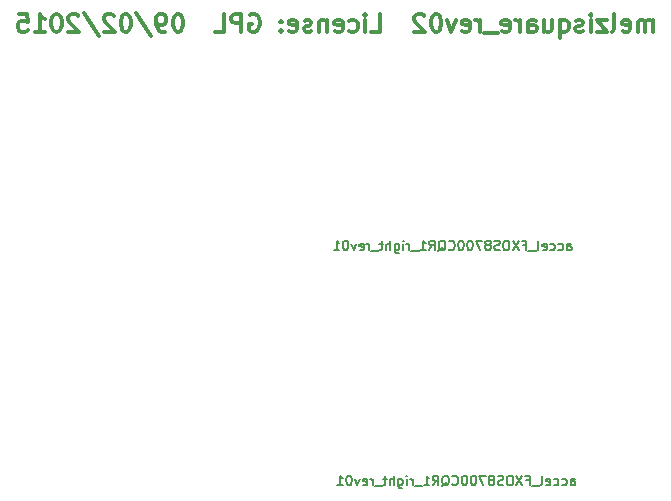
<source format=gbo>
G04 #@! TF.FileFunction,Legend,Bot*
%FSLAX46Y46*%
G04 Gerber Fmt 4.6, Leading zero omitted, Abs format (unit mm)*
G04 Created by KiCad (PCBNEW (2015-08-20 BZR 6109)-product) date Wed 02 Sep 2015 10:01:10 PM PDT*
%MOMM*%
G01*
G04 APERTURE LIST*
%ADD10C,0.150000*%
%ADD11C,0.300000*%
G04 APERTURE END LIST*
D10*
D11*
X246357140Y-81178571D02*
X246357140Y-80178571D01*
X246357140Y-80321429D02*
X246285712Y-80250000D01*
X246142854Y-80178571D01*
X245928569Y-80178571D01*
X245785712Y-80250000D01*
X245714283Y-80392857D01*
X245714283Y-81178571D01*
X245714283Y-80392857D02*
X245642854Y-80250000D01*
X245499997Y-80178571D01*
X245285712Y-80178571D01*
X245142854Y-80250000D01*
X245071426Y-80392857D01*
X245071426Y-81178571D01*
X243785712Y-81107143D02*
X243928569Y-81178571D01*
X244214283Y-81178571D01*
X244357140Y-81107143D01*
X244428569Y-80964286D01*
X244428569Y-80392857D01*
X244357140Y-80250000D01*
X244214283Y-80178571D01*
X243928569Y-80178571D01*
X243785712Y-80250000D01*
X243714283Y-80392857D01*
X243714283Y-80535714D01*
X244428569Y-80678571D01*
X242857140Y-81178571D02*
X242999998Y-81107143D01*
X243071426Y-80964286D01*
X243071426Y-79678571D01*
X242428569Y-80178571D02*
X241642855Y-80178571D01*
X242428569Y-81178571D01*
X241642855Y-81178571D01*
X241071426Y-81178571D02*
X241071426Y-80178571D01*
X241071426Y-79678571D02*
X241142855Y-79750000D01*
X241071426Y-79821429D01*
X240999998Y-79750000D01*
X241071426Y-79678571D01*
X241071426Y-79821429D01*
X240428569Y-81107143D02*
X240285712Y-81178571D01*
X239999997Y-81178571D01*
X239857140Y-81107143D01*
X239785712Y-80964286D01*
X239785712Y-80892857D01*
X239857140Y-80750000D01*
X239999997Y-80678571D01*
X240214283Y-80678571D01*
X240357140Y-80607143D01*
X240428569Y-80464286D01*
X240428569Y-80392857D01*
X240357140Y-80250000D01*
X240214283Y-80178571D01*
X239999997Y-80178571D01*
X239857140Y-80250000D01*
X238499997Y-80178571D02*
X238499997Y-81678571D01*
X238499997Y-81107143D02*
X238642854Y-81178571D01*
X238928568Y-81178571D01*
X239071426Y-81107143D01*
X239142854Y-81035714D01*
X239214283Y-80892857D01*
X239214283Y-80464286D01*
X239142854Y-80321429D01*
X239071426Y-80250000D01*
X238928568Y-80178571D01*
X238642854Y-80178571D01*
X238499997Y-80250000D01*
X237142854Y-80178571D02*
X237142854Y-81178571D01*
X237785711Y-80178571D02*
X237785711Y-80964286D01*
X237714283Y-81107143D01*
X237571425Y-81178571D01*
X237357140Y-81178571D01*
X237214283Y-81107143D01*
X237142854Y-81035714D01*
X235785711Y-81178571D02*
X235785711Y-80392857D01*
X235857140Y-80250000D01*
X235999997Y-80178571D01*
X236285711Y-80178571D01*
X236428568Y-80250000D01*
X235785711Y-81107143D02*
X235928568Y-81178571D01*
X236285711Y-81178571D01*
X236428568Y-81107143D01*
X236499997Y-80964286D01*
X236499997Y-80821429D01*
X236428568Y-80678571D01*
X236285711Y-80607143D01*
X235928568Y-80607143D01*
X235785711Y-80535714D01*
X235071425Y-81178571D02*
X235071425Y-80178571D01*
X235071425Y-80464286D02*
X234999997Y-80321429D01*
X234928568Y-80250000D01*
X234785711Y-80178571D01*
X234642854Y-80178571D01*
X233571426Y-81107143D02*
X233714283Y-81178571D01*
X233999997Y-81178571D01*
X234142854Y-81107143D01*
X234214283Y-80964286D01*
X234214283Y-80392857D01*
X234142854Y-80250000D01*
X233999997Y-80178571D01*
X233714283Y-80178571D01*
X233571426Y-80250000D01*
X233499997Y-80392857D01*
X233499997Y-80535714D01*
X234214283Y-80678571D01*
X233214283Y-81321429D02*
X232071426Y-81321429D01*
X231714283Y-81178571D02*
X231714283Y-80178571D01*
X231714283Y-80464286D02*
X231642855Y-80321429D01*
X231571426Y-80250000D01*
X231428569Y-80178571D01*
X231285712Y-80178571D01*
X230214284Y-81107143D02*
X230357141Y-81178571D01*
X230642855Y-81178571D01*
X230785712Y-81107143D01*
X230857141Y-80964286D01*
X230857141Y-80392857D01*
X230785712Y-80250000D01*
X230642855Y-80178571D01*
X230357141Y-80178571D01*
X230214284Y-80250000D01*
X230142855Y-80392857D01*
X230142855Y-80535714D01*
X230857141Y-80678571D01*
X229642855Y-80178571D02*
X229285712Y-81178571D01*
X228928570Y-80178571D01*
X228071427Y-79678571D02*
X227928570Y-79678571D01*
X227785713Y-79750000D01*
X227714284Y-79821429D01*
X227642855Y-79964286D01*
X227571427Y-80250000D01*
X227571427Y-80607143D01*
X227642855Y-80892857D01*
X227714284Y-81035714D01*
X227785713Y-81107143D01*
X227928570Y-81178571D01*
X228071427Y-81178571D01*
X228214284Y-81107143D01*
X228285713Y-81035714D01*
X228357141Y-80892857D01*
X228428570Y-80607143D01*
X228428570Y-80250000D01*
X228357141Y-79964286D01*
X228285713Y-79821429D01*
X228214284Y-79750000D01*
X228071427Y-79678571D01*
X226999999Y-79821429D02*
X226928570Y-79750000D01*
X226785713Y-79678571D01*
X226428570Y-79678571D01*
X226285713Y-79750000D01*
X226214284Y-79821429D01*
X226142856Y-79964286D01*
X226142856Y-80107143D01*
X226214284Y-80321429D01*
X227071427Y-81178571D01*
X226142856Y-81178571D01*
X222499999Y-81178571D02*
X223214285Y-81178571D01*
X223214285Y-79678571D01*
X221999999Y-81178571D02*
X221999999Y-80178571D01*
X221999999Y-79678571D02*
X222071428Y-79750000D01*
X221999999Y-79821429D01*
X221928571Y-79750000D01*
X221999999Y-79678571D01*
X221999999Y-79821429D01*
X220642856Y-81107143D02*
X220785713Y-81178571D01*
X221071427Y-81178571D01*
X221214285Y-81107143D01*
X221285713Y-81035714D01*
X221357142Y-80892857D01*
X221357142Y-80464286D01*
X221285713Y-80321429D01*
X221214285Y-80250000D01*
X221071427Y-80178571D01*
X220785713Y-80178571D01*
X220642856Y-80250000D01*
X219428571Y-81107143D02*
X219571428Y-81178571D01*
X219857142Y-81178571D01*
X219999999Y-81107143D01*
X220071428Y-80964286D01*
X220071428Y-80392857D01*
X219999999Y-80250000D01*
X219857142Y-80178571D01*
X219571428Y-80178571D01*
X219428571Y-80250000D01*
X219357142Y-80392857D01*
X219357142Y-80535714D01*
X220071428Y-80678571D01*
X218714285Y-80178571D02*
X218714285Y-81178571D01*
X218714285Y-80321429D02*
X218642857Y-80250000D01*
X218499999Y-80178571D01*
X218285714Y-80178571D01*
X218142857Y-80250000D01*
X218071428Y-80392857D01*
X218071428Y-81178571D01*
X217428571Y-81107143D02*
X217285714Y-81178571D01*
X216999999Y-81178571D01*
X216857142Y-81107143D01*
X216785714Y-80964286D01*
X216785714Y-80892857D01*
X216857142Y-80750000D01*
X216999999Y-80678571D01*
X217214285Y-80678571D01*
X217357142Y-80607143D01*
X217428571Y-80464286D01*
X217428571Y-80392857D01*
X217357142Y-80250000D01*
X217214285Y-80178571D01*
X216999999Y-80178571D01*
X216857142Y-80250000D01*
X215571428Y-81107143D02*
X215714285Y-81178571D01*
X215999999Y-81178571D01*
X216142856Y-81107143D01*
X216214285Y-80964286D01*
X216214285Y-80392857D01*
X216142856Y-80250000D01*
X215999999Y-80178571D01*
X215714285Y-80178571D01*
X215571428Y-80250000D01*
X215499999Y-80392857D01*
X215499999Y-80535714D01*
X216214285Y-80678571D01*
X214857142Y-81035714D02*
X214785714Y-81107143D01*
X214857142Y-81178571D01*
X214928571Y-81107143D01*
X214857142Y-81035714D01*
X214857142Y-81178571D01*
X214857142Y-80250000D02*
X214785714Y-80321429D01*
X214857142Y-80392857D01*
X214928571Y-80321429D01*
X214857142Y-80250000D01*
X214857142Y-80392857D01*
X212214285Y-79750000D02*
X212357142Y-79678571D01*
X212571428Y-79678571D01*
X212785713Y-79750000D01*
X212928571Y-79892857D01*
X212999999Y-80035714D01*
X213071428Y-80321429D01*
X213071428Y-80535714D01*
X212999999Y-80821429D01*
X212928571Y-80964286D01*
X212785713Y-81107143D01*
X212571428Y-81178571D01*
X212428571Y-81178571D01*
X212214285Y-81107143D01*
X212142856Y-81035714D01*
X212142856Y-80535714D01*
X212428571Y-80535714D01*
X211499999Y-81178571D02*
X211499999Y-79678571D01*
X210928571Y-79678571D01*
X210785713Y-79750000D01*
X210714285Y-79821429D01*
X210642856Y-79964286D01*
X210642856Y-80178571D01*
X210714285Y-80321429D01*
X210785713Y-80392857D01*
X210928571Y-80464286D01*
X211499999Y-80464286D01*
X209285713Y-81178571D02*
X209999999Y-81178571D01*
X209999999Y-79678571D01*
X206214285Y-79678571D02*
X206071428Y-79678571D01*
X205928571Y-79750000D01*
X205857142Y-79821429D01*
X205785713Y-79964286D01*
X205714285Y-80250000D01*
X205714285Y-80607143D01*
X205785713Y-80892857D01*
X205857142Y-81035714D01*
X205928571Y-81107143D01*
X206071428Y-81178571D01*
X206214285Y-81178571D01*
X206357142Y-81107143D01*
X206428571Y-81035714D01*
X206499999Y-80892857D01*
X206571428Y-80607143D01*
X206571428Y-80250000D01*
X206499999Y-79964286D01*
X206428571Y-79821429D01*
X206357142Y-79750000D01*
X206214285Y-79678571D01*
X205000000Y-81178571D02*
X204714285Y-81178571D01*
X204571428Y-81107143D01*
X204500000Y-81035714D01*
X204357142Y-80821429D01*
X204285714Y-80535714D01*
X204285714Y-79964286D01*
X204357142Y-79821429D01*
X204428571Y-79750000D01*
X204571428Y-79678571D01*
X204857142Y-79678571D01*
X205000000Y-79750000D01*
X205071428Y-79821429D01*
X205142857Y-79964286D01*
X205142857Y-80321429D01*
X205071428Y-80464286D01*
X205000000Y-80535714D01*
X204857142Y-80607143D01*
X204571428Y-80607143D01*
X204428571Y-80535714D01*
X204357142Y-80464286D01*
X204285714Y-80321429D01*
X202571429Y-79607143D02*
X203857143Y-81535714D01*
X201785714Y-79678571D02*
X201642857Y-79678571D01*
X201500000Y-79750000D01*
X201428571Y-79821429D01*
X201357142Y-79964286D01*
X201285714Y-80250000D01*
X201285714Y-80607143D01*
X201357142Y-80892857D01*
X201428571Y-81035714D01*
X201500000Y-81107143D01*
X201642857Y-81178571D01*
X201785714Y-81178571D01*
X201928571Y-81107143D01*
X202000000Y-81035714D01*
X202071428Y-80892857D01*
X202142857Y-80607143D01*
X202142857Y-80250000D01*
X202071428Y-79964286D01*
X202000000Y-79821429D01*
X201928571Y-79750000D01*
X201785714Y-79678571D01*
X200714286Y-79821429D02*
X200642857Y-79750000D01*
X200500000Y-79678571D01*
X200142857Y-79678571D01*
X200000000Y-79750000D01*
X199928571Y-79821429D01*
X199857143Y-79964286D01*
X199857143Y-80107143D01*
X199928571Y-80321429D01*
X200785714Y-81178571D01*
X199857143Y-81178571D01*
X198142858Y-79607143D02*
X199428572Y-81535714D01*
X197714286Y-79821429D02*
X197642857Y-79750000D01*
X197500000Y-79678571D01*
X197142857Y-79678571D01*
X197000000Y-79750000D01*
X196928571Y-79821429D01*
X196857143Y-79964286D01*
X196857143Y-80107143D01*
X196928571Y-80321429D01*
X197785714Y-81178571D01*
X196857143Y-81178571D01*
X195928572Y-79678571D02*
X195785715Y-79678571D01*
X195642858Y-79750000D01*
X195571429Y-79821429D01*
X195500000Y-79964286D01*
X195428572Y-80250000D01*
X195428572Y-80607143D01*
X195500000Y-80892857D01*
X195571429Y-81035714D01*
X195642858Y-81107143D01*
X195785715Y-81178571D01*
X195928572Y-81178571D01*
X196071429Y-81107143D01*
X196142858Y-81035714D01*
X196214286Y-80892857D01*
X196285715Y-80607143D01*
X196285715Y-80250000D01*
X196214286Y-79964286D01*
X196142858Y-79821429D01*
X196071429Y-79750000D01*
X195928572Y-79678571D01*
X194000001Y-81178571D02*
X194857144Y-81178571D01*
X194428572Y-81178571D02*
X194428572Y-79678571D01*
X194571429Y-79892857D01*
X194714287Y-80035714D01*
X194857144Y-80107143D01*
X192642858Y-79678571D02*
X193357144Y-79678571D01*
X193428573Y-80392857D01*
X193357144Y-80321429D01*
X193214287Y-80250000D01*
X192857144Y-80250000D01*
X192714287Y-80321429D01*
X192642858Y-80392857D01*
X192571430Y-80535714D01*
X192571430Y-80892857D01*
X192642858Y-81035714D01*
X192714287Y-81107143D01*
X192857144Y-81178571D01*
X193214287Y-81178571D01*
X193357144Y-81107143D01*
X193428573Y-81035714D01*
D10*
X239076192Y-99661905D02*
X239076192Y-99242857D01*
X239114287Y-99166667D01*
X239190477Y-99128571D01*
X239342858Y-99128571D01*
X239419049Y-99166667D01*
X239076192Y-99623810D02*
X239152382Y-99661905D01*
X239342858Y-99661905D01*
X239419049Y-99623810D01*
X239457144Y-99547619D01*
X239457144Y-99471429D01*
X239419049Y-99395238D01*
X239342858Y-99357143D01*
X239152382Y-99357143D01*
X239076192Y-99319048D01*
X238352382Y-99623810D02*
X238428572Y-99661905D01*
X238580953Y-99661905D01*
X238657144Y-99623810D01*
X238695239Y-99585714D01*
X238733334Y-99509524D01*
X238733334Y-99280952D01*
X238695239Y-99204762D01*
X238657144Y-99166667D01*
X238580953Y-99128571D01*
X238428572Y-99128571D01*
X238352382Y-99166667D01*
X237666668Y-99623810D02*
X237742858Y-99661905D01*
X237895239Y-99661905D01*
X237971430Y-99623810D01*
X238009525Y-99585714D01*
X238047620Y-99509524D01*
X238047620Y-99280952D01*
X238009525Y-99204762D01*
X237971430Y-99166667D01*
X237895239Y-99128571D01*
X237742858Y-99128571D01*
X237666668Y-99166667D01*
X237019049Y-99623810D02*
X237095239Y-99661905D01*
X237247620Y-99661905D01*
X237323811Y-99623810D01*
X237361906Y-99547619D01*
X237361906Y-99242857D01*
X237323811Y-99166667D01*
X237247620Y-99128571D01*
X237095239Y-99128571D01*
X237019049Y-99166667D01*
X236980954Y-99242857D01*
X236980954Y-99319048D01*
X237361906Y-99395238D01*
X236523811Y-99661905D02*
X236600002Y-99623810D01*
X236638097Y-99547619D01*
X236638097Y-98861905D01*
X236409525Y-99738095D02*
X235800001Y-99738095D01*
X235342858Y-99242857D02*
X235609525Y-99242857D01*
X235609525Y-99661905D02*
X235609525Y-98861905D01*
X235228572Y-98861905D01*
X235000001Y-98861905D02*
X234466668Y-99661905D01*
X234466668Y-98861905D02*
X235000001Y-99661905D01*
X234009525Y-98861905D02*
X233857144Y-98861905D01*
X233780953Y-98900000D01*
X233704763Y-98976190D01*
X233666668Y-99128571D01*
X233666668Y-99395238D01*
X233704763Y-99547619D01*
X233780953Y-99623810D01*
X233857144Y-99661905D01*
X234009525Y-99661905D01*
X234085715Y-99623810D01*
X234161906Y-99547619D01*
X234200001Y-99395238D01*
X234200001Y-99128571D01*
X234161906Y-98976190D01*
X234085715Y-98900000D01*
X234009525Y-98861905D01*
X233361906Y-99623810D02*
X233247620Y-99661905D01*
X233057144Y-99661905D01*
X232980954Y-99623810D01*
X232942858Y-99585714D01*
X232904763Y-99509524D01*
X232904763Y-99433333D01*
X232942858Y-99357143D01*
X232980954Y-99319048D01*
X233057144Y-99280952D01*
X233209525Y-99242857D01*
X233285716Y-99204762D01*
X233323811Y-99166667D01*
X233361906Y-99090476D01*
X233361906Y-99014286D01*
X233323811Y-98938095D01*
X233285716Y-98900000D01*
X233209525Y-98861905D01*
X233019049Y-98861905D01*
X232904763Y-98900000D01*
X232447620Y-99204762D02*
X232523811Y-99166667D01*
X232561906Y-99128571D01*
X232600001Y-99052381D01*
X232600001Y-99014286D01*
X232561906Y-98938095D01*
X232523811Y-98900000D01*
X232447620Y-98861905D01*
X232295239Y-98861905D01*
X232219049Y-98900000D01*
X232180953Y-98938095D01*
X232142858Y-99014286D01*
X232142858Y-99052381D01*
X232180953Y-99128571D01*
X232219049Y-99166667D01*
X232295239Y-99204762D01*
X232447620Y-99204762D01*
X232523811Y-99242857D01*
X232561906Y-99280952D01*
X232600001Y-99357143D01*
X232600001Y-99509524D01*
X232561906Y-99585714D01*
X232523811Y-99623810D01*
X232447620Y-99661905D01*
X232295239Y-99661905D01*
X232219049Y-99623810D01*
X232180953Y-99585714D01*
X232142858Y-99509524D01*
X232142858Y-99357143D01*
X232180953Y-99280952D01*
X232219049Y-99242857D01*
X232295239Y-99204762D01*
X231876191Y-98861905D02*
X231342858Y-98861905D01*
X231685715Y-99661905D01*
X230885715Y-98861905D02*
X230809524Y-98861905D01*
X230733334Y-98900000D01*
X230695239Y-98938095D01*
X230657143Y-99014286D01*
X230619048Y-99166667D01*
X230619048Y-99357143D01*
X230657143Y-99509524D01*
X230695239Y-99585714D01*
X230733334Y-99623810D01*
X230809524Y-99661905D01*
X230885715Y-99661905D01*
X230961905Y-99623810D01*
X231000001Y-99585714D01*
X231038096Y-99509524D01*
X231076191Y-99357143D01*
X231076191Y-99166667D01*
X231038096Y-99014286D01*
X231000001Y-98938095D01*
X230961905Y-98900000D01*
X230885715Y-98861905D01*
X230123810Y-98861905D02*
X230047619Y-98861905D01*
X229971429Y-98900000D01*
X229933334Y-98938095D01*
X229895238Y-99014286D01*
X229857143Y-99166667D01*
X229857143Y-99357143D01*
X229895238Y-99509524D01*
X229933334Y-99585714D01*
X229971429Y-99623810D01*
X230047619Y-99661905D01*
X230123810Y-99661905D01*
X230200000Y-99623810D01*
X230238096Y-99585714D01*
X230276191Y-99509524D01*
X230314286Y-99357143D01*
X230314286Y-99166667D01*
X230276191Y-99014286D01*
X230238096Y-98938095D01*
X230200000Y-98900000D01*
X230123810Y-98861905D01*
X229057143Y-99585714D02*
X229095238Y-99623810D01*
X229209524Y-99661905D01*
X229285714Y-99661905D01*
X229400000Y-99623810D01*
X229476191Y-99547619D01*
X229514286Y-99471429D01*
X229552381Y-99319048D01*
X229552381Y-99204762D01*
X229514286Y-99052381D01*
X229476191Y-98976190D01*
X229400000Y-98900000D01*
X229285714Y-98861905D01*
X229209524Y-98861905D01*
X229095238Y-98900000D01*
X229057143Y-98938095D01*
X228180952Y-99738095D02*
X228257143Y-99700000D01*
X228333333Y-99623810D01*
X228447619Y-99509524D01*
X228523810Y-99471429D01*
X228600000Y-99471429D01*
X228561905Y-99661905D02*
X228638095Y-99623810D01*
X228714286Y-99547619D01*
X228752381Y-99395238D01*
X228752381Y-99128571D01*
X228714286Y-98976190D01*
X228638095Y-98900000D01*
X228561905Y-98861905D01*
X228409524Y-98861905D01*
X228333333Y-98900000D01*
X228257143Y-98976190D01*
X228219048Y-99128571D01*
X228219048Y-99395238D01*
X228257143Y-99547619D01*
X228333333Y-99623810D01*
X228409524Y-99661905D01*
X228561905Y-99661905D01*
X227419048Y-99661905D02*
X227685715Y-99280952D01*
X227876191Y-99661905D02*
X227876191Y-98861905D01*
X227571429Y-98861905D01*
X227495238Y-98900000D01*
X227457143Y-98938095D01*
X227419048Y-99014286D01*
X227419048Y-99128571D01*
X227457143Y-99204762D01*
X227495238Y-99242857D01*
X227571429Y-99280952D01*
X227876191Y-99280952D01*
X226657143Y-99661905D02*
X227114286Y-99661905D01*
X226885715Y-99661905D02*
X226885715Y-98861905D01*
X226961905Y-98976190D01*
X227038096Y-99052381D01*
X227114286Y-99090476D01*
X226504762Y-99738095D02*
X225895238Y-99738095D01*
X225704762Y-99661905D02*
X225704762Y-99128571D01*
X225704762Y-99280952D02*
X225666667Y-99204762D01*
X225628571Y-99166667D01*
X225552381Y-99128571D01*
X225476190Y-99128571D01*
X225209524Y-99661905D02*
X225209524Y-99128571D01*
X225209524Y-98861905D02*
X225247619Y-98900000D01*
X225209524Y-98938095D01*
X225171429Y-98900000D01*
X225209524Y-98861905D01*
X225209524Y-98938095D01*
X224485715Y-99128571D02*
X224485715Y-99776190D01*
X224523810Y-99852381D01*
X224561905Y-99890476D01*
X224638096Y-99928571D01*
X224752381Y-99928571D01*
X224828572Y-99890476D01*
X224485715Y-99623810D02*
X224561905Y-99661905D01*
X224714286Y-99661905D01*
X224790477Y-99623810D01*
X224828572Y-99585714D01*
X224866667Y-99509524D01*
X224866667Y-99280952D01*
X224828572Y-99204762D01*
X224790477Y-99166667D01*
X224714286Y-99128571D01*
X224561905Y-99128571D01*
X224485715Y-99166667D01*
X224104762Y-99661905D02*
X224104762Y-98861905D01*
X223761905Y-99661905D02*
X223761905Y-99242857D01*
X223800000Y-99166667D01*
X223876190Y-99128571D01*
X223990476Y-99128571D01*
X224066667Y-99166667D01*
X224104762Y-99204762D01*
X223495238Y-99128571D02*
X223190476Y-99128571D01*
X223380952Y-98861905D02*
X223380952Y-99547619D01*
X223342857Y-99623810D01*
X223266666Y-99661905D01*
X223190476Y-99661905D01*
X223114285Y-99738095D02*
X222504761Y-99738095D01*
X222314285Y-99661905D02*
X222314285Y-99128571D01*
X222314285Y-99280952D02*
X222276190Y-99204762D01*
X222238094Y-99166667D01*
X222161904Y-99128571D01*
X222085713Y-99128571D01*
X221514285Y-99623810D02*
X221590475Y-99661905D01*
X221742856Y-99661905D01*
X221819047Y-99623810D01*
X221857142Y-99547619D01*
X221857142Y-99242857D01*
X221819047Y-99166667D01*
X221742856Y-99128571D01*
X221590475Y-99128571D01*
X221514285Y-99166667D01*
X221476190Y-99242857D01*
X221476190Y-99319048D01*
X221857142Y-99395238D01*
X221209523Y-99128571D02*
X221019047Y-99661905D01*
X220828571Y-99128571D01*
X220371428Y-98861905D02*
X220295237Y-98861905D01*
X220219047Y-98900000D01*
X220180952Y-98938095D01*
X220142856Y-99014286D01*
X220104761Y-99166667D01*
X220104761Y-99357143D01*
X220142856Y-99509524D01*
X220180952Y-99585714D01*
X220219047Y-99623810D01*
X220295237Y-99661905D01*
X220371428Y-99661905D01*
X220447618Y-99623810D01*
X220485714Y-99585714D01*
X220523809Y-99509524D01*
X220561904Y-99357143D01*
X220561904Y-99166667D01*
X220523809Y-99014286D01*
X220485714Y-98938095D01*
X220447618Y-98900000D01*
X220371428Y-98861905D01*
X219342856Y-99661905D02*
X219799999Y-99661905D01*
X219571428Y-99661905D02*
X219571428Y-98861905D01*
X219647618Y-98976190D01*
X219723809Y-99052381D01*
X219799999Y-99090476D01*
X239376192Y-119561905D02*
X239376192Y-119142857D01*
X239414287Y-119066667D01*
X239490477Y-119028571D01*
X239642858Y-119028571D01*
X239719049Y-119066667D01*
X239376192Y-119523810D02*
X239452382Y-119561905D01*
X239642858Y-119561905D01*
X239719049Y-119523810D01*
X239757144Y-119447619D01*
X239757144Y-119371429D01*
X239719049Y-119295238D01*
X239642858Y-119257143D01*
X239452382Y-119257143D01*
X239376192Y-119219048D01*
X238652382Y-119523810D02*
X238728572Y-119561905D01*
X238880953Y-119561905D01*
X238957144Y-119523810D01*
X238995239Y-119485714D01*
X239033334Y-119409524D01*
X239033334Y-119180952D01*
X238995239Y-119104762D01*
X238957144Y-119066667D01*
X238880953Y-119028571D01*
X238728572Y-119028571D01*
X238652382Y-119066667D01*
X237966668Y-119523810D02*
X238042858Y-119561905D01*
X238195239Y-119561905D01*
X238271430Y-119523810D01*
X238309525Y-119485714D01*
X238347620Y-119409524D01*
X238347620Y-119180952D01*
X238309525Y-119104762D01*
X238271430Y-119066667D01*
X238195239Y-119028571D01*
X238042858Y-119028571D01*
X237966668Y-119066667D01*
X237319049Y-119523810D02*
X237395239Y-119561905D01*
X237547620Y-119561905D01*
X237623811Y-119523810D01*
X237661906Y-119447619D01*
X237661906Y-119142857D01*
X237623811Y-119066667D01*
X237547620Y-119028571D01*
X237395239Y-119028571D01*
X237319049Y-119066667D01*
X237280954Y-119142857D01*
X237280954Y-119219048D01*
X237661906Y-119295238D01*
X236823811Y-119561905D02*
X236900002Y-119523810D01*
X236938097Y-119447619D01*
X236938097Y-118761905D01*
X236709525Y-119638095D02*
X236100001Y-119638095D01*
X235642858Y-119142857D02*
X235909525Y-119142857D01*
X235909525Y-119561905D02*
X235909525Y-118761905D01*
X235528572Y-118761905D01*
X235300001Y-118761905D02*
X234766668Y-119561905D01*
X234766668Y-118761905D02*
X235300001Y-119561905D01*
X234309525Y-118761905D02*
X234157144Y-118761905D01*
X234080953Y-118800000D01*
X234004763Y-118876190D01*
X233966668Y-119028571D01*
X233966668Y-119295238D01*
X234004763Y-119447619D01*
X234080953Y-119523810D01*
X234157144Y-119561905D01*
X234309525Y-119561905D01*
X234385715Y-119523810D01*
X234461906Y-119447619D01*
X234500001Y-119295238D01*
X234500001Y-119028571D01*
X234461906Y-118876190D01*
X234385715Y-118800000D01*
X234309525Y-118761905D01*
X233661906Y-119523810D02*
X233547620Y-119561905D01*
X233357144Y-119561905D01*
X233280954Y-119523810D01*
X233242858Y-119485714D01*
X233204763Y-119409524D01*
X233204763Y-119333333D01*
X233242858Y-119257143D01*
X233280954Y-119219048D01*
X233357144Y-119180952D01*
X233509525Y-119142857D01*
X233585716Y-119104762D01*
X233623811Y-119066667D01*
X233661906Y-118990476D01*
X233661906Y-118914286D01*
X233623811Y-118838095D01*
X233585716Y-118800000D01*
X233509525Y-118761905D01*
X233319049Y-118761905D01*
X233204763Y-118800000D01*
X232747620Y-119104762D02*
X232823811Y-119066667D01*
X232861906Y-119028571D01*
X232900001Y-118952381D01*
X232900001Y-118914286D01*
X232861906Y-118838095D01*
X232823811Y-118800000D01*
X232747620Y-118761905D01*
X232595239Y-118761905D01*
X232519049Y-118800000D01*
X232480953Y-118838095D01*
X232442858Y-118914286D01*
X232442858Y-118952381D01*
X232480953Y-119028571D01*
X232519049Y-119066667D01*
X232595239Y-119104762D01*
X232747620Y-119104762D01*
X232823811Y-119142857D01*
X232861906Y-119180952D01*
X232900001Y-119257143D01*
X232900001Y-119409524D01*
X232861906Y-119485714D01*
X232823811Y-119523810D01*
X232747620Y-119561905D01*
X232595239Y-119561905D01*
X232519049Y-119523810D01*
X232480953Y-119485714D01*
X232442858Y-119409524D01*
X232442858Y-119257143D01*
X232480953Y-119180952D01*
X232519049Y-119142857D01*
X232595239Y-119104762D01*
X232176191Y-118761905D02*
X231642858Y-118761905D01*
X231985715Y-119561905D01*
X231185715Y-118761905D02*
X231109524Y-118761905D01*
X231033334Y-118800000D01*
X230995239Y-118838095D01*
X230957143Y-118914286D01*
X230919048Y-119066667D01*
X230919048Y-119257143D01*
X230957143Y-119409524D01*
X230995239Y-119485714D01*
X231033334Y-119523810D01*
X231109524Y-119561905D01*
X231185715Y-119561905D01*
X231261905Y-119523810D01*
X231300001Y-119485714D01*
X231338096Y-119409524D01*
X231376191Y-119257143D01*
X231376191Y-119066667D01*
X231338096Y-118914286D01*
X231300001Y-118838095D01*
X231261905Y-118800000D01*
X231185715Y-118761905D01*
X230423810Y-118761905D02*
X230347619Y-118761905D01*
X230271429Y-118800000D01*
X230233334Y-118838095D01*
X230195238Y-118914286D01*
X230157143Y-119066667D01*
X230157143Y-119257143D01*
X230195238Y-119409524D01*
X230233334Y-119485714D01*
X230271429Y-119523810D01*
X230347619Y-119561905D01*
X230423810Y-119561905D01*
X230500000Y-119523810D01*
X230538096Y-119485714D01*
X230576191Y-119409524D01*
X230614286Y-119257143D01*
X230614286Y-119066667D01*
X230576191Y-118914286D01*
X230538096Y-118838095D01*
X230500000Y-118800000D01*
X230423810Y-118761905D01*
X229357143Y-119485714D02*
X229395238Y-119523810D01*
X229509524Y-119561905D01*
X229585714Y-119561905D01*
X229700000Y-119523810D01*
X229776191Y-119447619D01*
X229814286Y-119371429D01*
X229852381Y-119219048D01*
X229852381Y-119104762D01*
X229814286Y-118952381D01*
X229776191Y-118876190D01*
X229700000Y-118800000D01*
X229585714Y-118761905D01*
X229509524Y-118761905D01*
X229395238Y-118800000D01*
X229357143Y-118838095D01*
X228480952Y-119638095D02*
X228557143Y-119600000D01*
X228633333Y-119523810D01*
X228747619Y-119409524D01*
X228823810Y-119371429D01*
X228900000Y-119371429D01*
X228861905Y-119561905D02*
X228938095Y-119523810D01*
X229014286Y-119447619D01*
X229052381Y-119295238D01*
X229052381Y-119028571D01*
X229014286Y-118876190D01*
X228938095Y-118800000D01*
X228861905Y-118761905D01*
X228709524Y-118761905D01*
X228633333Y-118800000D01*
X228557143Y-118876190D01*
X228519048Y-119028571D01*
X228519048Y-119295238D01*
X228557143Y-119447619D01*
X228633333Y-119523810D01*
X228709524Y-119561905D01*
X228861905Y-119561905D01*
X227719048Y-119561905D02*
X227985715Y-119180952D01*
X228176191Y-119561905D02*
X228176191Y-118761905D01*
X227871429Y-118761905D01*
X227795238Y-118800000D01*
X227757143Y-118838095D01*
X227719048Y-118914286D01*
X227719048Y-119028571D01*
X227757143Y-119104762D01*
X227795238Y-119142857D01*
X227871429Y-119180952D01*
X228176191Y-119180952D01*
X226957143Y-119561905D02*
X227414286Y-119561905D01*
X227185715Y-119561905D02*
X227185715Y-118761905D01*
X227261905Y-118876190D01*
X227338096Y-118952381D01*
X227414286Y-118990476D01*
X226804762Y-119638095D02*
X226195238Y-119638095D01*
X226004762Y-119561905D02*
X226004762Y-119028571D01*
X226004762Y-119180952D02*
X225966667Y-119104762D01*
X225928571Y-119066667D01*
X225852381Y-119028571D01*
X225776190Y-119028571D01*
X225509524Y-119561905D02*
X225509524Y-119028571D01*
X225509524Y-118761905D02*
X225547619Y-118800000D01*
X225509524Y-118838095D01*
X225471429Y-118800000D01*
X225509524Y-118761905D01*
X225509524Y-118838095D01*
X224785715Y-119028571D02*
X224785715Y-119676190D01*
X224823810Y-119752381D01*
X224861905Y-119790476D01*
X224938096Y-119828571D01*
X225052381Y-119828571D01*
X225128572Y-119790476D01*
X224785715Y-119523810D02*
X224861905Y-119561905D01*
X225014286Y-119561905D01*
X225090477Y-119523810D01*
X225128572Y-119485714D01*
X225166667Y-119409524D01*
X225166667Y-119180952D01*
X225128572Y-119104762D01*
X225090477Y-119066667D01*
X225014286Y-119028571D01*
X224861905Y-119028571D01*
X224785715Y-119066667D01*
X224404762Y-119561905D02*
X224404762Y-118761905D01*
X224061905Y-119561905D02*
X224061905Y-119142857D01*
X224100000Y-119066667D01*
X224176190Y-119028571D01*
X224290476Y-119028571D01*
X224366667Y-119066667D01*
X224404762Y-119104762D01*
X223795238Y-119028571D02*
X223490476Y-119028571D01*
X223680952Y-118761905D02*
X223680952Y-119447619D01*
X223642857Y-119523810D01*
X223566666Y-119561905D01*
X223490476Y-119561905D01*
X223414285Y-119638095D02*
X222804761Y-119638095D01*
X222614285Y-119561905D02*
X222614285Y-119028571D01*
X222614285Y-119180952D02*
X222576190Y-119104762D01*
X222538094Y-119066667D01*
X222461904Y-119028571D01*
X222385713Y-119028571D01*
X221814285Y-119523810D02*
X221890475Y-119561905D01*
X222042856Y-119561905D01*
X222119047Y-119523810D01*
X222157142Y-119447619D01*
X222157142Y-119142857D01*
X222119047Y-119066667D01*
X222042856Y-119028571D01*
X221890475Y-119028571D01*
X221814285Y-119066667D01*
X221776190Y-119142857D01*
X221776190Y-119219048D01*
X222157142Y-119295238D01*
X221509523Y-119028571D02*
X221319047Y-119561905D01*
X221128571Y-119028571D01*
X220671428Y-118761905D02*
X220595237Y-118761905D01*
X220519047Y-118800000D01*
X220480952Y-118838095D01*
X220442856Y-118914286D01*
X220404761Y-119066667D01*
X220404761Y-119257143D01*
X220442856Y-119409524D01*
X220480952Y-119485714D01*
X220519047Y-119523810D01*
X220595237Y-119561905D01*
X220671428Y-119561905D01*
X220747618Y-119523810D01*
X220785714Y-119485714D01*
X220823809Y-119409524D01*
X220861904Y-119257143D01*
X220861904Y-119066667D01*
X220823809Y-118914286D01*
X220785714Y-118838095D01*
X220747618Y-118800000D01*
X220671428Y-118761905D01*
X219642856Y-119561905D02*
X220099999Y-119561905D01*
X219871428Y-119561905D02*
X219871428Y-118761905D01*
X219947618Y-118876190D01*
X220023809Y-118952381D01*
X220099999Y-118990476D01*
M02*

</source>
